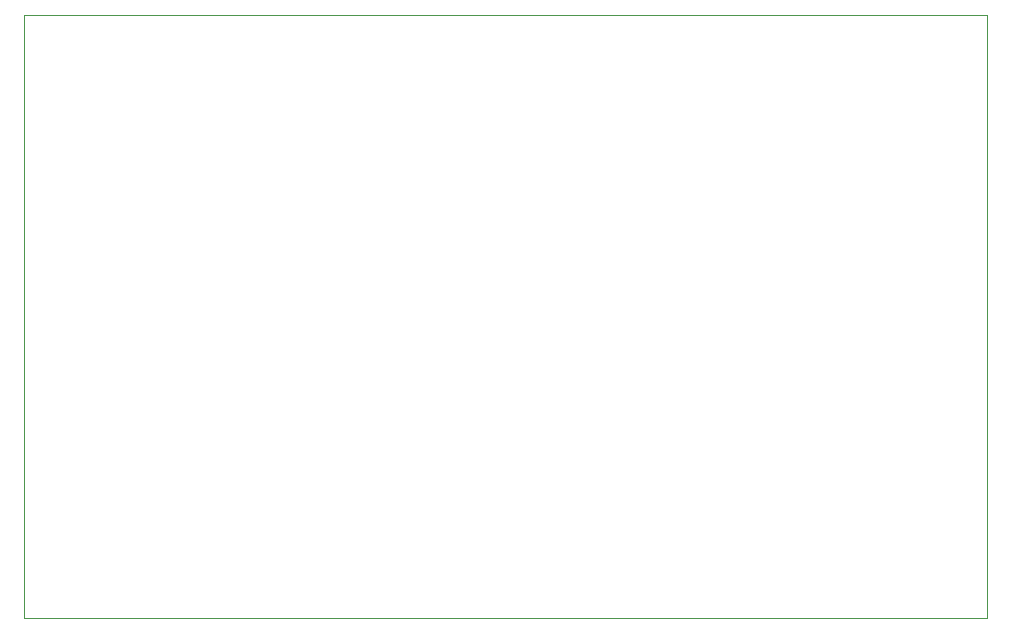
<source format=gbr>
%TF.GenerationSoftware,KiCad,Pcbnew,(6.0.5)*%
%TF.CreationDate,2022-11-12T13:55:10-06:00*%
%TF.ProjectId,ISA rev5,49534120-7265-4763-952e-6b696361645f,rev?*%
%TF.SameCoordinates,Original*%
%TF.FileFunction,Profile,NP*%
%FSLAX46Y46*%
G04 Gerber Fmt 4.6, Leading zero omitted, Abs format (unit mm)*
G04 Created by KiCad (PCBNEW (6.0.5)) date 2022-11-12 13:55:10*
%MOMM*%
%LPD*%
G01*
G04 APERTURE LIST*
%TA.AperFunction,Profile*%
%ADD10C,0.038100*%
%TD*%
G04 APERTURE END LIST*
D10*
X105918000Y-152654000D02*
X105918000Y-101600000D01*
X105918000Y-101600000D02*
X187452000Y-101600000D01*
X187452000Y-101600000D02*
X187452000Y-152654000D01*
X187452000Y-152654000D02*
X105918000Y-152654000D01*
M02*

</source>
